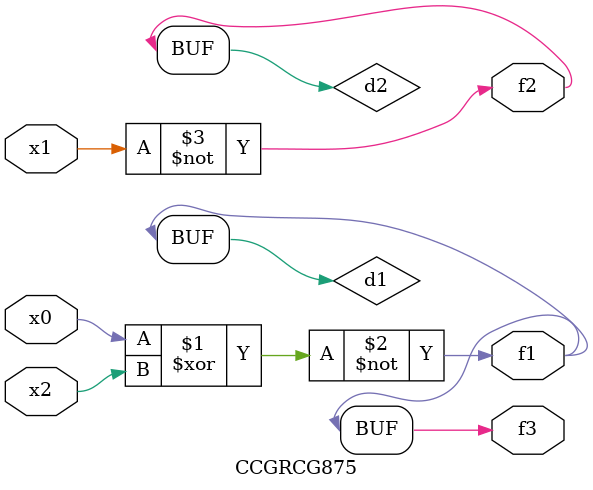
<source format=v>
module CCGRCG875(
	input x0, x1, x2,
	output f1, f2, f3
);

	wire d1, d2, d3;

	xnor (d1, x0, x2);
	nand (d2, x1);
	nor (d3, x1, x2);
	assign f1 = d1;
	assign f2 = d2;
	assign f3 = d1;
endmodule

</source>
